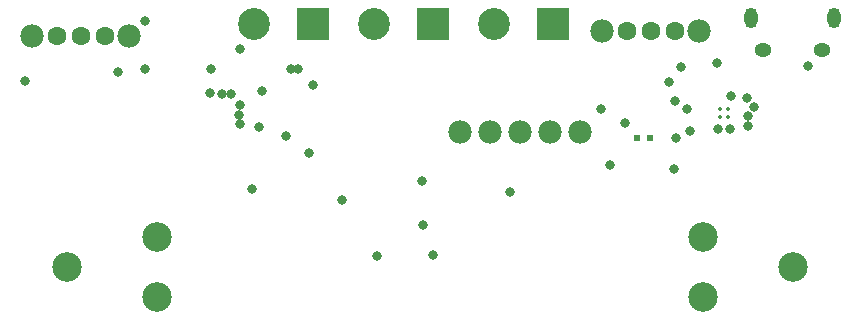
<source format=gbs>
G04 Layer_Color=8150272*
%FSLAX25Y25*%
%MOIN*%
G70*
G01*
G75*
%ADD57C,0.01400*%
%ADD93C,0.02375*%
%ADD94C,0.07800*%
%ADD95O,0.05721X0.04540*%
%ADD96O,0.04343X0.06902*%
%ADD97C,0.06300*%
%ADD98C,0.09855*%
%ADD99R,0.10642X0.10642*%
%ADD100C,0.10642*%
%ADD101C,0.03200*%
D57*
X367622Y391177D02*
D03*
X370377Y391176D02*
D03*
X370377Y388420D02*
D03*
X367621Y388421D02*
D03*
D93*
X344165Y381500D02*
D03*
X339835D02*
D03*
D94*
X321000Y383500D02*
D03*
X311000D02*
D03*
X301000D02*
D03*
X291000D02*
D03*
X281000D02*
D03*
X328300Y417000D02*
D03*
X360700D02*
D03*
X170700Y415500D02*
D03*
X138300D02*
D03*
D95*
X381874Y410823D02*
D03*
X401559D02*
D03*
D96*
X405496Y421453D02*
D03*
X377937D02*
D03*
D97*
X336500Y417000D02*
D03*
X344500D02*
D03*
X352500D02*
D03*
X162500Y415500D02*
D03*
X154500D02*
D03*
X146500D02*
D03*
D98*
X391882Y338500D02*
D03*
X361882Y348500D02*
D03*
Y328500D02*
D03*
X149882Y338500D02*
D03*
X179882Y328500D02*
D03*
Y348500D02*
D03*
D99*
X312000Y419500D02*
D03*
X272000D02*
D03*
X232000D02*
D03*
D100*
X292315D02*
D03*
X252315D02*
D03*
X212315D02*
D03*
D101*
X253144Y342144D02*
D03*
X272043Y342500D02*
D03*
X268118Y367118D02*
D03*
X241500Y360842D02*
D03*
X207374Y389126D02*
D03*
X207429Y392500D02*
D03*
Y386000D02*
D03*
X204500Y395929D02*
D03*
X201500D02*
D03*
X357499Y383799D02*
D03*
X376999Y385299D02*
D03*
X376983Y388815D02*
D03*
X376657Y394799D02*
D03*
X378999Y391799D02*
D03*
X215000Y397000D02*
D03*
X223000Y382000D02*
D03*
X354499Y405001D02*
D03*
X352232Y371000D02*
D03*
X336000Y386287D02*
D03*
X396835Y405500D02*
D03*
X366500Y406500D02*
D03*
X167000Y403500D02*
D03*
X136000Y400500D02*
D03*
X176000Y404500D02*
D03*
X198000D02*
D03*
X176000Y420500D02*
D03*
X207500Y411000D02*
D03*
X224500Y404500D02*
D03*
X227000D02*
D03*
X232000Y399000D02*
D03*
X197500Y396500D02*
D03*
X297500Y363500D02*
D03*
X350500Y400000D02*
D03*
X328000Y391000D02*
D03*
X268500Y352500D02*
D03*
X331000Y372500D02*
D03*
X214000Y385000D02*
D03*
X211500Y364500D02*
D03*
X367000Y384500D02*
D03*
X371000D02*
D03*
X371300Y395500D02*
D03*
X356500Y391000D02*
D03*
X353000Y381500D02*
D03*
X352500Y393700D02*
D03*
X230500Y376500D02*
D03*
M02*

</source>
